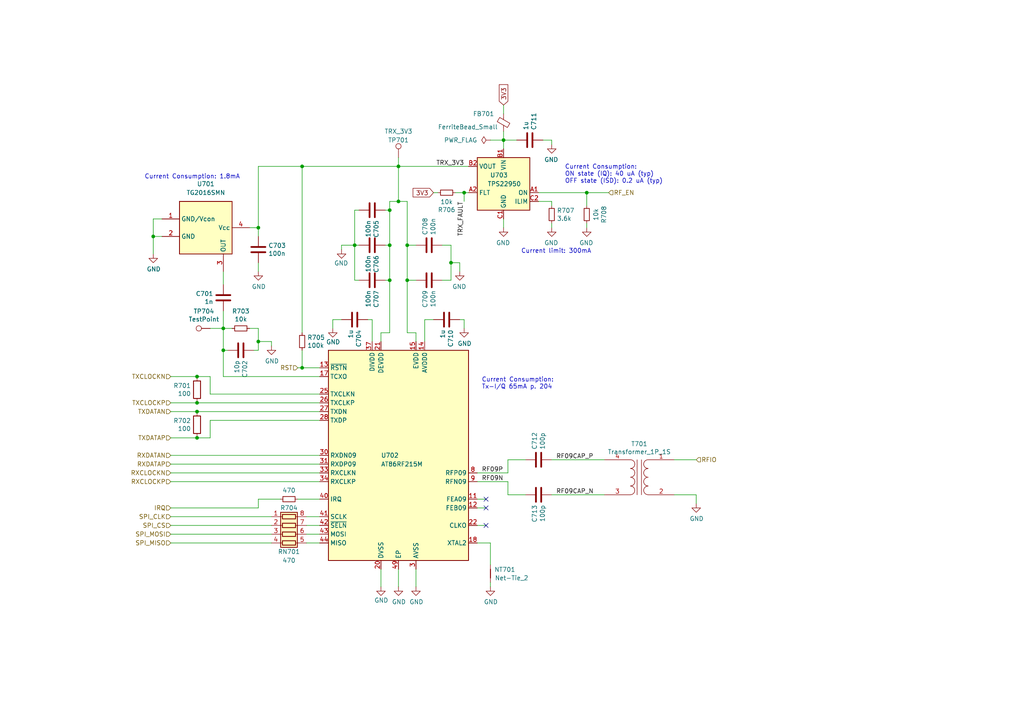
<source format=kicad_sch>
(kicad_sch (version 20211123) (generator eeschema)
  (paper "A4")
  (lib_symbols
    (symbol "Connector:TestPoint" (pin_numbers hide) (pin_names (offset 0.762) hide)
      (property "Reference" "TP" (at 0 6.858 0))
      (property "Value" "TestPoint" (at 0 5.08 0))
      (symbol "TestPoint_0_1"
        (circle (center 0 3.302) (radius 0.762))
      )
      (symbol "TestPoint_1_1"
        (pin passive line (at 0 0 90) (length 2.54) (name "1") (number "1"))
      )
    )
    (symbol "Device:C" (pin_numbers hide) (pin_names (offset 0.254))
      (property "Reference" "C" (at 0.635 2.54 0))
      (property "Value" "C" (at 0.635 -2.54 0))
      (symbol "C_0_1"
        (polyline (pts (xy -2.032 -0.762) (xy 2.032 -0.762)) (stroke (width 0.508)))
        (polyline (pts (xy -2.032 0.762) (xy 2.032 0.762)) (stroke (width 0.508)))
      )
      (symbol "C_1_1"
        (pin passive line (at 0 3.81 270) (length 2.794) (name "~") (number "1"))
        (pin passive line (at 0 -3.81 90) (length 2.794) (name "~") (number "2"))
      )
    )
    (symbol "Device:FerriteBead_Small" (pin_numbers hide) (pin_names (offset 0))
      (property "Reference" "FB" (at 1.905 1.27 0))
      (property "Value" "FerriteBead_Small" (at 1.905 -1.27 0))
      (symbol "FerriteBead_Small_0_1"
        (polyline (pts (xy 0 -1.27) (xy 0 -0.7874)))
        (polyline (pts (xy 0 0.889) (xy 0 1.2954)))
        (polyline (pts (xy -1.8288 0.2794) (xy -1.1176 1.4986) (xy 1.8288 -0.2032) (xy 1.1176 -1.4224) (xy -1.8288 0.2794)))
      )
      (symbol "FerriteBead_Small_1_1"
        (pin passive line (at 0 2.54 270) (length 1.27) (name "~") (number "1"))
        (pin passive line (at 0 -2.54 90) (length 1.27) (name "~") (number "2"))
      )
    )
    (symbol "Device:NetTie_2" (pin_numbers hide) (pin_names (offset 0) hide)
      (property "Reference" "NT" (at 0 1.27 0))
      (property "Value" "NetTie_2" (at 0 -1.27 0))
      (symbol "NetTie_2_0_1"
        (polyline (pts (xy -1.27 0) (xy 1.27 0)) (stroke (width 0.254)))
      )
      (symbol "NetTie_2_1_1"
        (pin passive line (at -2.54 0 0) (length 2.54) (name "1") (number "1"))
        (pin passive line (at 2.54 0 180) (length 2.54) (name "2") (number "2"))
      )
    )
    (symbol "Device:R" (pin_numbers hide) (pin_names (offset 0))
      (property "Reference" "R" (at 2.032 0 90))
      (property "Value" "R" (at 0 0 90))
      (symbol "R_0_1"
        (rectangle (start -1.016 -2.54) (end 1.016 2.54) (stroke (width 0.254)))
      )
      (symbol "R_1_1"
        (pin passive line (at 0 3.81 270) (length 1.27) (name "~") (number "1"))
        (pin passive line (at 0 -3.81 90) (length 1.27) (name "~") (number "2"))
      )
    )
    (symbol "Device:R_Pack04" (pin_names (offset 0) hide)
      (property "Reference" "RN" (at -7.62 0 90))
      (property "Value" "R_Pack04" (at 5.08 0 90))
      (symbol "R_Pack04_0_1"
        (rectangle (start -6.35 -2.413) (end 3.81 2.413) (stroke (width 0.254)) (fill (type background)))
        (rectangle (start -5.715 1.905) (end -4.445 -1.905) (stroke (width 0.254)))
        (rectangle (start -3.175 1.905) (end -1.905 -1.905) (stroke (width 0.254)))
        (rectangle (start -0.635 1.905) (end 0.635 -1.905) (stroke (width 0.254)))
        (polyline (pts (xy -5.08 -2.54) (xy -5.08 -1.905)))
        (polyline (pts (xy -5.08 1.905) (xy -5.08 2.54)))
        (polyline (pts (xy -2.54 -2.54) (xy -2.54 -1.905)))
        (polyline (pts (xy -2.54 1.905) (xy -2.54 2.54)))
        (polyline (pts (xy 0 -2.54) (xy 0 -1.905)))
        (polyline (pts (xy 0 1.905) (xy 0 2.54)))
        (polyline (pts (xy 2.54 -2.54) (xy 2.54 -1.905)))
        (polyline (pts (xy 2.54 1.905) (xy 2.54 2.54)))
        (rectangle (start 1.905 1.905) (end 3.175 -1.905) (stroke (width 0.254)))
      )
      (symbol "R_Pack04_1_1"
        (pin passive line (at -5.08 -5.08 90) (length 2.54) (name "R1.1") (number "1"))
        (pin passive line (at -2.54 -5.08 90) (length 2.54) (name "R2.1") (number "2"))
        (pin passive line (at 0 -5.08 90) (length 2.54) (name "R3.1") (number "3"))
        (pin passive line (at 2.54 -5.08 90) (length 2.54) (name "R4.1") (number "4"))
        (pin passive line (at 2.54 5.08 270) (length 2.54) (name "R4.2") (number "5"))
        (pin passive line (at 0 5.08 270) (length 2.54) (name "R3.2") (number "6"))
        (pin passive line (at -2.54 5.08 270) (length 2.54) (name "R2.2") (number "7"))
        (pin passive line (at -5.08 5.08 270) (length 2.54) (name "R1.2") (number "8"))
      )
    )
    (symbol "Device:R_Small" (pin_numbers hide) (pin_names (offset 0.254) hide)
      (property "Reference" "R" (at 0.762 0.508 0))
      (property "Value" "R_Small" (at 0.762 -1.016 0))
      (symbol "R_Small_0_1"
        (rectangle (start -0.762 1.778) (end 0.762 -1.778) (stroke (width 0.2032)))
      )
      (symbol "R_Small_1_1"
        (pin passive line (at 0 2.54 270) (length 0.762) (name "~") (number "1"))
        (pin passive line (at 0 -2.54 90) (length 0.762) (name "~") (number "2"))
      )
    )
    (symbol "Device:Transformer_1P_1S" (pin_names (offset 1.016) hide)
      (property "Reference" "T" (at 0 6.35 0))
      (property "Value" "Transformer_1P_1S" (at 0 -7.62 0))
      (symbol "Transformer_1P_1S_0_1"
        (arc (start -2.54 -5.0546) (mid -1.6561 -4.6863) (end -1.27 -3.81))
        (arc (start -2.54 -2.5146) (mid -1.6561 -2.1463) (end -1.27 -1.27))
        (arc (start -2.54 0.0254) (mid -1.6561 0.3937) (end -1.27 1.27))
        (arc (start -2.54 2.5654) (mid -1.6561 2.9337) (end -1.27 3.81))
        (arc (start -1.27 -3.81) (mid -1.642 -2.912) (end -2.54 -2.54))
        (arc (start -1.27 -1.27) (mid -1.642 -0.372) (end -2.54 0))
        (arc (start -1.27 1.27) (mid -1.642 2.168) (end -2.54 2.54))
        (arc (start -1.27 3.81) (mid -1.642 4.708) (end -2.54 5.08))
        (polyline (pts (xy -0.635 5.08) (xy -0.635 -5.08)))
        (polyline (pts (xy 0.635 -5.08) (xy 0.635 5.08)))
        (arc (start 1.2954 -1.27) (mid 1.6599 -2.1501) (end 2.54 -2.5146))
        (arc (start 1.2954 1.27) (mid 1.6599 0.3899) (end 2.54 0.0254))
        (arc (start 1.2954 3.81) (mid 1.6599 2.9299) (end 2.54 2.5654))
        (arc (start 1.3208 -3.81) (mid 1.6853 -4.6901) (end 2.5654 -5.0546))
        (arc (start 2.54 0) (mid 1.6456 -0.3683) (end 1.2954 -1.27))
        (arc (start 2.54 2.54) (mid 1.6456 2.1717) (end 1.2954 1.27))
        (arc (start 2.54 5.08) (mid 1.6456 4.7117) (end 1.2954 3.81))
        (arc (start 2.5654 -2.54) (mid 1.671 -2.9083) (end 1.3208 -3.81))
      )
      (symbol "Transformer_1P_1S_1_1"
        (pin passive line (at -10.16 5.08 0) (length 7.62) (name "AA") (number "1"))
        (pin passive line (at -10.16 -5.08 0) (length 7.62) (name "AB") (number "2"))
        (pin passive line (at 10.16 -5.08 180) (length 7.62) (name "SA") (number "3"))
        (pin passive line (at 10.16 5.08 180) (length 7.62) (name "SB") (number "4"))
      )
    )
    (symbol "lsf-kicad:AT86RF215M"
      (property "Reference" "U" (at -19.05 33.02 0))
      (property "Value" "AT86RF215M" (at 0 0 0))
      (symbol "AT86RF215M_0_1"
        (rectangle (start -20.32 30.48) (end 20.32 -30.48) (stroke (width 0.254)) (fill (type background)))
      )
      (symbol "AT86RF215M_1_1"
        (pin no_connect line (at 22.86 20.32 180) (length 2.54) hide (name "FEA24") (number "1"))
        (pin passive line (at 5.08 -33.02 90) (length 2.54) hide (name "AVSS") (number "10"))
        (pin output line (at 22.86 -12.7 180) (length 2.54) (name "FEA09") (number "11"))
        (pin output line (at 22.86 -15.24 180) (length 2.54) (name "FEB09") (number "12"))
        (pin input line (at -22.86 25.4 0) (length 2.54) (name "~{RSTN}") (number "13"))
        (pin power_out line (at 7.62 33.02 270) (length 2.54) (name "AVDD0") (number "14"))
        (pin power_in line (at 5.08 33.02 270) (length 2.54) (name "EVDD") (number "15"))
        (pin passive line (at 5.08 -33.02 90) (length 2.54) hide (name "AVSS") (number "16"))
        (pin input line (at -22.86 22.86 0) (length 2.54) (name "TCXO") (number "17"))
        (pin bidirectional line (at 22.86 -25.4 180) (length 2.54) (name "XTAL2") (number "18"))
        (pin passive line (at 5.08 -33.02 90) (length 2.54) hide (name "AVSS") (number "19"))
        (pin no_connect line (at 22.86 17.78 180) (length 2.54) hide (name "FEB24") (number "2"))
        (pin power_in line (at -5.08 -33.02 90) (length 2.54) (name "DVSS") (number "20"))
        (pin power_in line (at -5.08 33.02 270) (length 2.54) (name "DEVDD") (number "21"))
        (pin output line (at 22.86 -20.32 180) (length 2.54) (name "CLKO") (number "22"))
        (pin passive line (at -5.08 -33.02 90) (length 2.54) hide (name "DVSS") (number "23"))
        (pin passive line (at -5.08 -33.02 90) (length 2.54) hide (name "DVSS") (number "24"))
        (pin input line (at -22.86 17.78 0) (length 2.54) (name "TXCLKN") (number "25"))
        (pin input line (at -22.86 15.24 0) (length 2.54) (name "TXCLKP") (number "26"))
        (pin input line (at -22.86 12.7 0) (length 2.54) (name "TXDN") (number "27"))
        (pin input line (at -22.86 10.16 0) (length 2.54) (name "TXDP") (number "28"))
        (pin passive line (at -5.08 33.02 270) (length 2.54) hide (name "DEVDD") (number "29"))
        (pin power_in line (at 5.08 -33.02 90) (length 2.54) (name "AVSS") (number "3"))
        (pin output line (at -22.86 0 0) (length 2.54) (name "RXDN09") (number "30"))
        (pin output line (at -22.86 -2.54 0) (length 2.54) (name "RXDP09") (number "31"))
        (pin passive line (at -5.08 -33.02 90) (length 2.54) hide (name "DVSS") (number "32"))
        (pin output line (at -22.86 -5.08 0) (length 2.54) (name "RXCLKN") (number "33"))
        (pin output line (at -22.86 -7.62 0) (length 2.54) (name "RXCLKP") (number "34"))
        (pin no_connect line (at -22.86 5.08 0) (length 2.54) hide (name "RXDN24") (number "35"))
        (pin no_connect line (at -22.86 2.54 0) (length 2.54) hide (name "RXDP24") (number "36"))
        (pin power_out line (at -7.62 33.02 270) (length 2.54) (name "DΙVDD") (number "37"))
        (pin passive line (at -5.08 -33.02 90) (length 2.54) hide (name "DVSS") (number "38"))
        (pin passive line (at -5.08 33.02 270) (length 2.54) hide (name "DEVDD") (number "39"))
        (pin no_connect line (at 22.86 12.7 180) (length 2.54) hide (name "RFP24") (number "4"))
        (pin output line (at -22.86 -12.7 0) (length 2.54) (name "IRQ") (number "40"))
        (pin input line (at -22.86 -17.78 0) (length 2.54) (name "SCLK") (number "41"))
        (pin input line (at -22.86 -20.32 0) (length 2.54) (name "~{SELN}") (number "42"))
        (pin input line (at -22.86 -22.86 0) (length 2.54) (name "MOSI") (number "43"))
        (pin output line (at -22.86 -25.4 0) (length 2.54) (name "MISO") (number "44"))
        (pin passive line (at 5.08 -33.02 90) (length 2.54) hide (name "AVSS") (number "45"))
        (pin passive line (at 5.08 33.02 270) (length 2.54) hide (name "EVDD") (number "46"))
        (pin no_connect line (at 10.16 33.02 270) (length 2.54) hide (name "AVDD1") (number "47"))
        (pin passive line (at 5.08 -33.02 90) (length 2.54) hide (name "AVSS") (number "48"))
        (pin power_in line (at 0 -33.02 90) (length 2.54) (name "EP") (number "49"))
        (pin no_connect line (at 22.86 10.16 180) (length 2.54) hide (name "RFN24") (number "5"))
        (pin passive line (at 5.08 -33.02 90) (length 2.54) hide (name "AVSS") (number "6"))
        (pin passive line (at 5.08 -33.02 90) (length 2.54) hide (name "AVSS") (number "7"))
        (pin bidirectional line (at 22.86 -5.08 180) (length 2.54) (name "RFP09") (number "8"))
        (pin bidirectional line (at 22.86 -7.62 180) (length 2.54) (name "RFN09") (number "9"))
      )
    )
    (symbol "lsf-kicad:TG2016SMN"
      (property "Reference" "U" (at 6.35 8.89 0))
      (property "Value" "TG2016SMN" (at -7.62 8.89 0))
      (symbol "TG2016SMN_0_1"
        (rectangle (start -7.62 7.62) (end 7.62 -7.62) (stroke (width 0.254)) (fill (type background)))
      )
      (symbol "TG2016SMN_1_1"
        (pin power_in line (at -2.54 -12.7 90) (length 5.08) (name "GND/Vcon") (number "1"))
        (pin power_in line (at 2.54 -12.7 90) (length 5.08) (name "GND") (number "2"))
        (pin output line (at 12.7 5.08 180) (length 5.08) (name "OUT") (number "3"))
        (pin power_in line (at 0 12.7 270) (length 5.08) (name "Vcc") (number "4"))
      )
    )
    (symbol "lsf-kicad:TPS22950"
      (property "Reference" "U" (at 5.08 8.89 0))
      (property "Value" "TPS22950" (at 5.08 -8.89 0))
      (symbol "TPS22950_0_1"
        (rectangle (start -7.62 7.62) (end 7.62 -7.62) (stroke (width 0.254)) (fill (type background)))
      )
      (symbol "TPS22950_1_1"
        (pin input line (at -10.16 -2.54 0) (length 2.54) (name "ON") (number "A1"))
        (pin open_collector line (at 10.16 -2.54 180) (length 2.54) (name "FLT") (number "A2"))
        (pin power_in line (at 0 10.16 270) (length 2.54) (name "VIN") (number "B1"))
        (pin power_out line (at 10.16 5.08 180) (length 2.54) (name "VOUT") (number "B2"))
        (pin power_in line (at 0 -10.16 90) (length 2.54) (name "GND") (number "C1"))
        (pin output line (at -10.16 -5.08 0) (length 2.54) (name "ILIM") (number "C2"))
      )
    )
    (symbol "power:GND" (power) (pin_names (offset 0))
      (property "Value" "GND" (at 0 -3.81 0))
      (symbol "GND_0_1"
        (polyline (pts (xy 0 0) (xy 0 -1.27) (xy 1.27 -1.27) (xy 0 -2.54) (xy -1.27 -1.27) (xy 0 -1.27)))
      )
      (symbol "GND_1_1"
        (pin power_in line (at 0 0 270) (length 0) hide (name "GND") (number "1"))
      )
    )
    (symbol "power:PWR_FLAG" (power) (pin_numbers hide) (pin_names (offset 0) hide)
      (property "Value" "PWR_FLAG" (at 0 3.81 0))
      (symbol "PWR_FLAG_0_0"
        (pin power_out line (at 0 0 90) (length 0) (name "pwr") (number "1"))
      )
      (symbol "PWR_FLAG_0_1"
        (polyline (pts (xy 0 0) (xy 0 1.27) (xy -1.016 1.905) (xy 0 2.54) (xy 1.016 1.905) (xy 0 1.27)))
      )
    )
  )
  (junction (at 130.81 76.2))
  (junction (at 64.77 101.6))
  (junction (at 74.93 99.06))
  (junction (at 115.57 48.26))
  (junction (at 57.15 116.84))
  (junction (at 57.15 109.22))
  (junction (at 118.11 71.12))
  (junction (at 57.15 119.38))
  (junction (at 87.63 106.68))
  (junction (at 113.03 60.96))
  (junction (at 44.45 68.58))
  (junction (at 113.03 81.28))
  (junction (at 87.63 48.26))
  (junction (at 118.11 81.28))
  (junction (at 115.57 58.42))
  (junction (at 170.18 55.88))
  (junction (at 113.03 71.12))
  (junction (at 57.15 127))
  (junction (at 134.62 55.88))
  (junction (at 64.77 95.25))
  (junction (at 74.93 66.04))
  (junction (at 146.05 40.64))
  (junction (at 102.87 71.12))
  (no_connect (at 140.97 147.32))
  (no_connect (at 140.97 144.78))
  (no_connect (at 140.97 152.4))
  (wire (pts (xy 128.27 71.12) (xy 130.81 71.12)))
  (wire (pts (xy 57.15 119.38) (xy 49.53 119.38)))
  (wire (pts (xy 146.05 63.5) (xy 146.05 66.04)))
  (wire (pts (xy 134.62 92.71) (xy 133.35 92.71)))
  (wire (pts (xy 111.76 71.12) (xy 113.03 71.12)))
  (wire (pts (xy 49.53 139.7) (xy 92.71 139.7)))
  (wire (pts (xy 74.93 76.2) (xy 74.93 78.74)))
  (wire (pts (xy 138.43 137.16) (xy 147.32 137.16)))
  (wire (pts (xy 102.87 60.96) (xy 104.14 60.96)))
  (wire (pts (xy 87.63 101.6) (xy 87.63 106.68)))
  (wire (pts (xy 115.57 48.26) (xy 135.89 48.26)))
  (wire (pts (xy 74.93 48.26) (xy 74.93 66.04)))
  (wire (pts (xy 49.53 157.48) (xy 78.74 157.48)))
  (wire (pts (xy 118.11 81.28) (xy 118.11 96.52)))
  (wire (pts (xy 44.45 68.58) (xy 44.45 73.66)))
  (wire (pts (xy 138.43 152.4) (xy 140.97 152.4)))
  (wire (pts (xy 57.15 127) (xy 49.53 127)))
  (wire (pts (xy 87.63 106.68) (xy 92.71 106.68)))
  (wire (pts (xy 64.77 78.74) (xy 64.77 82.55)))
  (wire (pts (xy 160.02 133.35) (xy 175.26 133.35)))
  (wire (pts (xy 110.49 99.06) (xy 110.49 96.52)))
  (wire (pts (xy 74.93 101.6) (xy 73.66 101.6)))
  (wire (pts (xy 115.57 45.72) (xy 115.57 48.26)))
  (wire (pts (xy 142.24 163.83) (xy 142.24 157.48)))
  (wire (pts (xy 133.35 76.2) (xy 130.81 76.2)))
  (wire (pts (xy 170.18 55.88) (xy 170.18 59.69)))
  (wire (pts (xy 64.77 109.22) (xy 92.71 109.22)))
  (wire (pts (xy 78.74 99.06) (xy 74.93 99.06)))
  (wire (pts (xy 130.81 81.28) (xy 128.27 81.28)))
  (wire (pts (xy 111.76 81.28) (xy 113.03 81.28)))
  (wire (pts (xy 195.58 143.51) (xy 201.93 143.51)))
  (wire (pts (xy 142.24 40.64) (xy 146.05 40.64)))
  (wire (pts (xy 49.53 149.86) (xy 78.74 149.86)))
  (wire (pts (xy 57.15 109.22) (xy 49.53 109.22)))
  (wire (pts (xy 74.93 99.06) (xy 74.93 101.6)))
  (wire (pts (xy 138.43 157.48) (xy 142.24 157.48)))
  (wire (pts (xy 146.05 38.1) (xy 146.05 40.64)))
  (wire (pts (xy 134.62 55.88) (xy 134.62 58.42)))
  (wire (pts (xy 156.21 58.42) (xy 160.02 58.42)))
  (wire (pts (xy 160.02 40.64) (xy 160.02 41.91)))
  (wire (pts (xy 74.93 66.04) (xy 74.93 68.58)))
  (wire (pts (xy 102.87 71.12) (xy 99.06 71.12)))
  (wire (pts (xy 113.03 58.42) (xy 113.03 60.96)))
  (wire (pts (xy 88.9 154.94) (xy 92.71 154.94)))
  (wire (pts (xy 44.45 63.5) (xy 44.45 68.58)))
  (wire (pts (xy 88.9 157.48) (xy 92.71 157.48)))
  (wire (pts (xy 138.43 144.78) (xy 140.97 144.78)))
  (wire (pts (xy 60.96 114.3) (xy 92.71 114.3)))
  (wire (pts (xy 49.53 154.94) (xy 78.74 154.94)))
  (wire (pts (xy 170.18 55.88) (xy 156.21 55.88)))
  (wire (pts (xy 60.96 114.3) (xy 60.96 109.22)))
  (wire (pts (xy 87.63 48.26) (xy 115.57 48.26)))
  (wire (pts (xy 64.77 109.22) (xy 64.77 101.6)))
  (wire (pts (xy 49.53 152.4) (xy 78.74 152.4)))
  (wire (pts (xy 118.11 58.42) (xy 118.11 71.12)))
  (wire (pts (xy 133.35 76.2) (xy 133.35 78.74)))
  (wire (pts (xy 104.14 81.28) (xy 102.87 81.28)))
  (wire (pts (xy 115.57 48.26) (xy 115.57 58.42)))
  (wire (pts (xy 60.96 109.22) (xy 57.15 109.22)))
  (wire (pts (xy 118.11 96.52) (xy 120.65 96.52)))
  (wire (pts (xy 123.19 92.71) (xy 123.19 99.06)))
  (wire (pts (xy 113.03 60.96) (xy 111.76 60.96)))
  (wire (pts (xy 113.03 58.42) (xy 115.57 58.42)))
  (wire (pts (xy 120.65 81.28) (xy 118.11 81.28)))
  (wire (pts (xy 88.9 152.4) (xy 92.71 152.4)))
  (wire (pts (xy 92.71 149.86) (xy 88.9 149.86)))
  (wire (pts (xy 115.57 58.42) (xy 118.11 58.42)))
  (wire (pts (xy 160.02 64.77) (xy 160.02 66.04)))
  (wire (pts (xy 64.77 95.25) (xy 64.77 101.6)))
  (wire (pts (xy 113.03 71.12) (xy 113.03 60.96)))
  (wire (pts (xy 67.31 95.25) (xy 64.77 95.25)))
  (wire (pts (xy 74.93 48.26) (xy 87.63 48.26)))
  (wire (pts (xy 147.32 143.51) (xy 152.4 143.51)))
  (wire (pts (xy 115.57 165.1) (xy 115.57 170.18)))
  (wire (pts (xy 64.77 90.17) (xy 64.77 95.25)))
  (wire (pts (xy 134.62 95.25) (xy 134.62 92.71)))
  (wire (pts (xy 92.71 132.08) (xy 49.53 132.08)))
  (wire (pts (xy 64.77 95.25) (xy 60.96 95.25)))
  (wire (pts (xy 110.49 96.52) (xy 113.03 96.52)))
  (wire (pts (xy 60.96 121.92) (xy 92.71 121.92)))
  (wire (pts (xy 160.02 58.42) (xy 160.02 59.69)))
  (wire (pts (xy 64.77 101.6) (xy 66.04 101.6)))
  (wire (pts (xy 130.81 76.2) (xy 130.81 81.28)))
  (wire (pts (xy 74.93 95.25) (xy 74.93 99.06)))
  (wire (pts (xy 170.18 64.77) (xy 170.18 66.04)))
  (wire (pts (xy 146.05 30.48) (xy 146.05 33.02)))
  (wire (pts (xy 132.08 55.88) (xy 134.62 55.88)))
  (wire (pts (xy 138.43 147.32) (xy 140.97 147.32)))
  (wire (pts (xy 138.43 139.7) (xy 147.32 139.7)))
  (wire (pts (xy 78.74 100.33) (xy 78.74 99.06)))
  (wire (pts (xy 146.05 40.64) (xy 149.86 40.64)))
  (wire (pts (xy 110.49 165.1) (xy 110.49 170.18)))
  (wire (pts (xy 72.39 66.04) (xy 74.93 66.04)))
  (wire (pts (xy 49.53 134.62) (xy 92.71 134.62)))
  (wire (pts (xy 130.81 71.12) (xy 130.81 76.2)))
  (wire (pts (xy 99.06 71.12) (xy 99.06 72.39)))
  (wire (pts (xy 113.03 81.28) (xy 113.03 71.12)))
  (wire (pts (xy 49.53 137.16) (xy 92.71 137.16)))
  (wire (pts (xy 125.73 92.71) (xy 123.19 92.71)))
  (wire (pts (xy 87.63 106.68) (xy 86.36 106.68)))
  (wire (pts (xy 160.02 143.51) (xy 175.26 143.51)))
  (wire (pts (xy 113.03 81.28) (xy 113.03 96.52)))
  (wire (pts (xy 60.96 127) (xy 57.15 127)))
  (wire (pts (xy 195.58 133.35) (xy 201.93 133.35)))
  (wire (pts (xy 176.53 55.88) (xy 170.18 55.88)))
  (wire (pts (xy 147.32 139.7) (xy 147.32 143.51)))
  (wire (pts (xy 102.87 71.12) (xy 102.87 60.96)))
  (wire (pts (xy 60.96 121.92) (xy 60.96 127)))
  (wire (pts (xy 99.06 92.71) (xy 96.52 92.71)))
  (wire (pts (xy 118.11 81.28) (xy 118.11 71.12)))
  (wire (pts (xy 157.48 40.64) (xy 160.02 40.64)))
  (wire (pts (xy 102.87 81.28) (xy 102.87 71.12)))
  (wire (pts (xy 49.53 116.84) (xy 57.15 116.84)))
  (wire (pts (xy 120.65 165.1) (xy 120.65 170.18)))
  (wire (pts (xy 86.36 144.78) (xy 92.71 144.78)))
  (wire (pts (xy 142.24 168.91) (xy 142.24 170.18)))
  (wire (pts (xy 147.32 137.16) (xy 147.32 133.35)))
  (wire (pts (xy 107.95 92.71) (xy 106.68 92.71)))
  (wire (pts (xy 72.39 95.25) (xy 74.93 95.25)))
  (wire (pts (xy 74.93 147.32) (xy 74.93 144.78)))
  (wire (pts (xy 46.99 68.58) (xy 44.45 68.58)))
  (wire (pts (xy 57.15 116.84) (xy 92.71 116.84)))
  (wire (pts (xy 134.62 55.88) (xy 135.89 55.88)))
  (wire (pts (xy 146.05 40.64) (xy 146.05 43.18)))
  (wire (pts (xy 120.65 96.52) (xy 120.65 99.06)))
  (wire (pts (xy 118.11 71.12) (xy 120.65 71.12)))
  (wire (pts (xy 96.52 92.71) (xy 96.52 95.25)))
  (wire (pts (xy 104.14 71.12) (xy 102.87 71.12)))
  (wire (pts (xy 74.93 144.78) (xy 81.28 144.78)))
  (wire (pts (xy 147.32 133.35) (xy 152.4 133.35)))
  (wire (pts (xy 201.93 143.51) (xy 201.93 146.05)))
  (wire (pts (xy 87.63 48.26) (xy 87.63 96.52)))
  (wire (pts (xy 46.99 63.5) (xy 44.45 63.5)))
  (wire (pts (xy 49.53 147.32) (xy 74.93 147.32)))
  (wire (pts (xy 92.71 119.38) (xy 57.15 119.38)))
  (wire (pts (xy 107.95 92.71) (xy 107.95 99.06)))
  (wire (pts (xy 125.73 55.88) (xy 127 55.88)))
  (text "Current Consumption:\nTx-I/Q 65mA p. 204" (at 139.7 113.03 0) (effects (font (size 1.27 1.27)) (justify left bottom)))
  (text "Current Consumption: 1.8mA" (at 41.91 52.07 0) (effects (font (size 1.27 1.27)) (justify left bottom)))
  (text "Current Consumption:\nON state (IQ): 40 uA (typ)\nOFF state (ISD): 0.2 uA (typ)" (at 163.83 53.34 0) (effects (font (size 1.27 1.27)) (justify left bottom)))
  (text "Current limit: 300mA" (at 151.13 73.66 0) (effects (font (size 1.27 1.27)) (justify left bottom)))
  (label "TRX_3V3" (at 134.62 48.26 180))
  (label "RF09N" (at 139.7 139.7 0))
  (label "RF09CAP_N" (at 161.29 143.51 0))
  (label "RF09CAP_P" (at 161.29 133.35 0))
  (label "RF09P" (at 139.7 137.16 0))
  (label "TRX_FAULT" (at 134.62 58.42 270))
  (global_label "3V3" (shape input) (at 125.73 55.88 180) (property "Intersheet References" "${INTERSHEET_REFS}" (effects hide)))
  (global_label "3V3" (shape input) (at 146.05 30.48 90) (property "Intersheet References" "${INTERSHEET_REFS}" (effects hide)))
  (hierarchical_label "RF_EN" (shape input) (at 176.53 55.88 0))
  (hierarchical_label "TXDATAP" (shape input) (at 49.53 127 180))
  (hierarchical_label "SPI_CS" (shape input) (at 49.53 152.4 180))
  (hierarchical_label "RXDATAP" (shape input) (at 49.53 134.62 180))
  (hierarchical_label "RXCLOCKP" (shape input) (at 49.53 139.7 180))
  (hierarchical_label "RXDATAN" (shape input) (at 49.53 132.08 180))
  (hierarchical_label "SPI_MISO" (shape input) (at 49.53 157.48 180))
  (hierarchical_label "SPI_CLK" (shape input) (at 49.53 149.86 180))
  (hierarchical_label "RST" (shape input) (at 86.36 106.68 180))
  (hierarchical_label "TXDATAN" (shape input) (at 49.53 119.38 180))
  (hierarchical_label "TXCLOCKN" (shape input) (at 49.53 109.22 180))
  (hierarchical_label "IRQ" (shape input) (at 49.53 147.32 180))
  (hierarchical_label "TXCLOCKP" (shape input) (at 49.53 116.84 180))
  (hierarchical_label "RFIO" (shape input) (at 201.93 133.35 0))
  (hierarchical_label "SPI_MOSI" (shape input) (at 49.53 154.94 180))
  (hierarchical_label "RXCLOCKN" (shape input) (at 49.53 137.16 180))
  (symbol (lib_id "lsf-kicad:TPS22950") (at 146.05 53.34 0) (mirror y) (unit 1)
    (property "Reference" "U703" (at 147.32 50.8 0) (effects (justify left)))
    (property "Value" "TPS22950" (at 151.13 53.34 0) (effects (justify left)))
    (property "Footprint" "Package_BGA:Texas_DSBGA-6_0.9x1.4mm_Layout2x3_P0.5mm" (effects hide))
    (property "Datasheet" "https://www.ti.com/lit/ds/symlink/tps22950.pdf" (effects hide))
  )
  (symbol (lib_id "Device:C") (at 107.95 71.12 90) (unit 1)
    (property "Reference" "C706" (at 109.1184 74.0156 0) (effects (justify right)))
    (property "Value" "100n" (at 106.807 74.0156 0) (effects (justify right)))
    (property "Footprint" "Capacitor_SMD:C_0402_1005Metric" (effects hide))
    (property "Mnf." "KEMET" (effects hide))
    (property "Description" "Capacitor, 0402, 10%, 16V, X7R" (effects hide))
    (property "PartNumber" "C0402C104K4RACTU" (effects hide))
  )
  (symbol (lib_id "power:GND") (at 146.05 66.04 0) (mirror y) (unit 1)
    (property "Reference" "#PWR0712" (effects hide))
    (property "Value" "GND" (at 145.923 70.4342 0))
  )
  (symbol (lib_id "Device:Transformer_1P_1S") (at 185.42 138.43 0) (mirror y) (unit 1)
    (property "Reference" "T701" (at 185.42 128.7526 0))
    (property "Value" "Transformer_1P_1S" (at 185.42 131.064 0))
    (property "Footprint" "lsf-kicad-lib:ATB2012" (effects hide))
    (property "PartNumber" "ATB2012-50011-T000" (effects hide))
    (property "Mnf." "TDK" (effects hide))
  )
  (symbol (lib_id "power:GND") (at 120.65 170.18 0) (unit 1)
    (property "Reference" "#PWR0708" (effects hide))
    (property "Value" "GND" (at 120.777 174.5742 0))
  )
  (symbol (lib_id "lsf-kicad:TG2016SMN") (at 59.69 66.04 270) (unit 1)
    (property "Reference" "U701" (at 59.69 53.34 90))
    (property "Value" "TG2016SMN" (at 59.69 55.88 90))
    (property "Footprint" "lsf-kicad-lib:TG2016SMN" (effects hide))
    (property "Datasheet" "https://www5.epsondevice.com/en/products/tcxo/tg2016smn.html" (effects hide))
    (property "PartNumber" " TG2016SMN 26.0000M-MCGNNM0" (effects hide))
    (property "Mnf." "Epson Timing" (effects hide))
  )
  (symbol (lib_id "power:GND") (at 142.24 170.18 0) (unit 1)
    (property "Reference" "#PWR0711" (effects hide))
    (property "Value" "GND" (at 142.367 174.5742 0))
  )
  (symbol (lib_id "Device:R_Small") (at 129.54 55.88 270) (unit 1)
    (property "Reference" "R706" (at 129.54 60.8584 90))
    (property "Value" "10k" (at 129.54 58.547 90))
    (property "Footprint" "Resistor_SMD:R_0402_1005Metric" (effects hide))
    (property "Description" "Resistor, 0402, 1%, 1/16W" (effects hide))
    (property "Mnf." "Vishay" (effects hide))
    (property "PartNumber" "CRCW040210K0FKEDC " (effects hide))
  )
  (symbol (lib_id "Device:C") (at 69.85 101.6 90) (unit 1)
    (property "Reference" "C702" (at 71.0184 104.4956 0) (effects (justify right)))
    (property "Value" "10p" (at 68.707 104.4956 0) (effects (justify right)))
    (property "Footprint" "Capacitor_SMD:C_0402_1005Metric" (effects hide))
    (property "Mnf." "KEMET" (effects hide))
    (property "Description" "Capacitor, 0402, 0.25pF, 10V, NPO/COG" (effects hide))
    (property "PartNumber" "C0402C100C8GACTU" (effects hide))
  )
  (symbol (lib_id "Device:C") (at 153.67 40.64 90) (mirror x) (unit 1)
    (property "Reference" "C711" (at 154.8384 37.7444 0) (effects (justify right)))
    (property "Value" "1u" (at 152.527 37.7444 0) (effects (justify right)))
    (property "Footprint" "Capacitor_SMD:C_0402_1005Metric" (effects hide))
    (property "Mnf." "KEMET " (effects hide))
    (property "Description" "Capacitor, 0402, 10%, 10V, X5R" (effects hide))
    (property "PartNumber" "C0402C105K8PAC7411" (effects hide))
  )
  (symbol (lib_id "power:GND") (at 134.62 95.25 0) (unit 1)
    (property "Reference" "#PWR0710" (effects hide))
    (property "Value" "GND" (at 134.747 99.6442 0))
  )
  (symbol (lib_id "power:GND") (at 160.02 41.91 0) (mirror y) (unit 1)
    (property "Reference" "#PWR0713" (effects hide))
    (property "Value" "GND" (at 159.893 46.3042 0))
  )
  (symbol (lib_id "power:GND") (at 170.18 66.04 0) (mirror y) (unit 1)
    (property "Reference" "#PWR0716" (effects hide))
    (property "Value" "GND" (at 170.053 70.4342 0))
  )
  (symbol (lib_id "power:GND") (at 133.35 78.74 0) (mirror y) (unit 1)
    (property "Reference" "#PWR0709" (effects hide))
    (property "Value" "GND" (at 133.223 83.1342 0))
  )
  (symbol (lib_id "power:GND") (at 78.74 100.33 0) (unit 1)
    (property "Reference" "#PWR0703" (effects hide))
    (property "Value" "GND" (at 78.867 104.7242 0))
  )
  (symbol (lib_id "power:GND") (at 96.52 95.25 0) (unit 1)
    (property "Reference" "#PWR0704" (effects hide))
    (property "Value" "GND" (at 96.6216 99.187 0))
  )
  (symbol (lib_id "power:GND") (at 110.49 170.18 0) (unit 1)
    (property "Reference" "#PWR0706" (effects hide))
    (property "Value" "GND" (at 110.5916 174.117 0))
  )
  (symbol (lib_id "power:GND") (at 74.93 78.74 0) (unit 1)
    (property "Reference" "#PWR0702" (effects hide))
    (property "Value" "GND" (at 75.057 83.1342 0))
  )
  (symbol (lib_id "Connector:TestPoint") (at 60.96 95.25 90) (unit 1)
    (property "Reference" "TP704" (at 59.1312 90.297 90))
    (property "Value" "TestPoint" (at 59.1312 92.6084 90))
    (property "Footprint" "lsf-kicad-lib:TestPoint_D0.8mm_Mask-Only" (effects hide))
  )
  (symbol (lib_id "Device:R_Small") (at 87.63 99.06 180) (unit 1)
    (property "Reference" "R705" (at 89.1286 97.8916 0) (effects (justify right)))
    (property "Value" "100k" (at 89.1286 100.203 0) (effects (justify right)))
    (property "Footprint" "Resistor_SMD:R_0402_1005Metric" (effects hide))
    (property "Description" "Resistor, 0402, 1%, 1/16W" (effects hide))
    (property "Mnf." "Vishay" (effects hide))
    (property "PartNumber" "CRCW0402100KFKED" (effects hide))
  )
  (symbol (lib_id "Device:FerriteBead_Small") (at 146.05 35.56 0) (unit 1)
    (property "Reference" "FB701" (at 137.16 33.02 0) (effects (justify left)))
    (property "Value" "FerriteBead_Small" (at 127 36.83 0) (effects (justify left)))
    (property "Footprint" "Inductor_SMD:L_0603_1608Metric" (effects hide))
    (property "PartNumber" "74279263" (effects hide))
    (property "Mnf." "Wurth Elektronik" (effects hide))
  )
  (symbol (lib_id "Device:R_Small") (at 69.85 95.25 90) (unit 1)
    (property "Reference" "R703" (at 69.85 90.2716 90))
    (property "Value" "10k" (at 69.85 92.583 90))
    (property "Footprint" "Resistor_SMD:R_0402_1005Metric" (effects hide))
    (property "Description" "Resistor, 0402, 1%, 1/16W" (effects hide))
    (property "Mnf." "Vishay" (effects hide))
    (property "PartNumber" "CRCW040210K0FKEDC " (effects hide))
  )
  (symbol (lib_id "Device:C") (at 156.21 143.51 90) (mirror x) (unit 1)
    (property "Reference" "C713" (at 155.0416 146.431 0) (effects (justify left)))
    (property "Value" "100p" (at 157.353 146.431 0) (effects (justify left)))
    (property "Footprint" "Capacitor_SMD:C_0402_1005Metric" (effects hide))
    (property "Mnf." "KEMET" (effects hide))
    (property "Description" "Capacitor, 0402, 5%, 50V, NPO/COG" (effects hide))
    (property "PartNumber" "CBR04C101J3GAC" (effects hide))
  )
  (symbol (lib_id "Device:C") (at 74.93 72.39 180) (unit 1)
    (property "Reference" "C703" (at 77.8256 71.2216 0) (effects (justify right)))
    (property "Value" "100n" (at 77.8256 73.533 0) (effects (justify right)))
    (property "Footprint" "Capacitor_SMD:C_0402_1005Metric" (effects hide))
    (property "Mnf." "KEMET" (effects hide))
    (property "Description" "Capacitor, 0402, 10%, 16V, X7R" (effects hide))
    (property "PartNumber" "C0402C104K4RACTU" (effects hide))
  )
  (symbol (lib_id "Device:R") (at 57.15 123.19 0) (unit 1)
    (property "Reference" "R702" (at 55.3974 122.0216 0) (effects (justify right)))
    (property "Value" "100" (at 55.3974 124.333 0) (effects (justify right)))
    (property "Footprint" "Resistor_SMD:R_0402_1005Metric" (effects hide))
    (property "PartNumber" "RT0402FRE07100RL" (effects hide))
  )
  (symbol (lib_id "Device:C") (at 129.54 92.71 90) (unit 1)
    (property "Reference" "C710" (at 130.7084 95.6056 0) (effects (justify right)))
    (property "Value" "1u" (at 128.397 95.6056 0) (effects (justify right)))
    (property "Footprint" "Capacitor_SMD:C_0402_1005Metric" (effects hide))
    (property "Mnf." "KEMET " (effects hide))
    (property "Description" "Capacitor, 0402, 10%, 10V, X5R" (effects hide))
    (property "PartNumber" "C0402C105K8PAC7411" (effects hide))
  )
  (symbol (lib_id "Device:R") (at 57.15 113.03 0) (unit 1)
    (property "Reference" "R701" (at 55.3974 111.8616 0) (effects (justify right)))
    (property "Value" "100" (at 55.3974 114.173 0) (effects (justify right)))
    (property "Footprint" "Resistor_SMD:R_0402_1005Metric" (effects hide))
    (property "PartNumber" "RT0402FRE07100RL" (effects hide))
  )
  (symbol (lib_id "power:PWR_FLAG") (at 142.24 40.64 90) (unit 1)
    (property "Reference" "#FLG0701" (effects hide))
    (property "Value" "PWR_FLAG" (at 138.43 40.6399 90) (effects (justify left)))
  )
  (symbol (lib_id "power:GND") (at 160.02 66.04 0) (mirror y) (unit 1)
    (property "Reference" "#PWR0714" (effects hide))
    (property "Value" "GND" (at 159.893 70.4342 0))
  )
  (symbol (lib_id "Device:R_Small") (at 160.02 62.23 180) (unit 1)
    (property "Reference" "R707" (at 161.5186 61.0616 0) (effects (justify right)))
    (property "Value" "3.6k" (at 161.5186 63.373 0) (effects (justify right)))
    (property "Footprint" "Resistor_SMD:R_0402_1005Metric" (effects hide))
    (property "Description" "Resistor, 0402, 1%, 1/16W" (effects hide))
  )
  (symbol (lib_id "Device:NetTie_2") (at 142.24 166.37 270) (unit 1)
    (property "Reference" "NT701" (at 143.3576 165.2016 90) (effects (justify left)))
    (property "Value" "Net-Tie_2" (at 143.51 167.64 90) (effects (justify left)))
    (property "Footprint" "NetTie:NetTie-2_SMD_Pad0.5mm" (effects hide))
  )
  (symbol (lib_id "power:GND") (at 201.93 146.05 0) (unit 1)
    (property "Reference" "#PWR0715" (effects hide))
    (property "Value" "GND" (at 202.057 150.4442 0))
  )
  (symbol (lib_id "Device:C") (at 124.46 71.12 270) (unit 1)
    (property "Reference" "C708" (at 123.2916 68.2244 0) (effects (justify right)))
    (property "Value" "100n" (at 125.603 68.2244 0) (effects (justify right)))
    (property "Footprint" "Capacitor_SMD:C_0402_1005Metric" (effects hide))
    (property "Mnf." "KEMET" (effects hide))
    (property "Description" "Capacitor, 0402, 10%, 16V, X7R" (effects hide))
    (property "PartNumber" "C0402C104K4RACTU" (effects hide))
  )
  (symbol (lib_id "power:GND") (at 115.57 170.18 0) (unit 1)
    (property "Reference" "#PWR0707" (effects hide))
    (property "Value" "GND" (at 115.697 174.5742 0))
  )
  (symbol (lib_id "Device:R_Small") (at 170.18 62.23 0) (unit 1)
    (property "Reference" "R708" (at 175.1584 62.23 90))
    (property "Value" "10k" (at 172.847 62.23 90))
    (property "Footprint" "Resistor_SMD:R_0402_1005Metric" (effects hide))
    (property "Description" "Resistor, 0402, 1%, 1/16W" (effects hide))
    (property "Mnf." "Vishay" (effects hide))
    (property "PartNumber" "CRCW040210K0FKEDC " (effects hide))
  )
  (symbol (lib_id "Device:C") (at 107.95 81.28 90) (unit 1)
    (property "Reference" "C707" (at 109.1184 84.1756 0) (effects (justify right)))
    (property "Value" "100n" (at 106.807 84.1756 0) (effects (justify right)))
    (property "Footprint" "Capacitor_SMD:C_0402_1005Metric" (effects hide))
    (property "Mnf." "KEMET" (effects hide))
    (property "Description" "Capacitor, 0402, 10%, 16V, X7R" (effects hide))
    (property "PartNumber" "C0402C104K4RACTU" (effects hide))
  )
  (symbol (lib_id "Connector:TestPoint") (at 115.57 45.72 0) (unit 1)
    (property "Reference" "TP701" (at 115.57 40.64 0))
    (property "Value" "TRX_3V3" (at 115.57 38.1 0))
    (property "Footprint" "lsf-kicad-lib:TestPoint_D0.8mm_Mask-Only" (effects hide))
  )
  (symbol (lib_id "Device:C") (at 156.21 133.35 90) (unit 1)
    (property "Reference" "C712" (at 155.0416 130.429 0) (effects (justify left)))
    (property "Value" "100p" (at 157.353 130.429 0) (effects (justify left)))
    (property "Footprint" "Capacitor_SMD:C_0402_1005Metric" (effects hide))
    (property "Mnf." "KEMET" (effects hide))
    (property "Description" "Capacitor, 0402, 5%, 50V, NPO/COG" (effects hide))
    (property "PartNumber" "CBR04C101J3GAC" (effects hide))
  )
  (symbol (lib_id "Device:C") (at 107.95 60.96 90) (unit 1)
    (property "Reference" "C705" (at 109.1184 63.8556 0) (effects (justify right)))
    (property "Value" "100n" (at 106.807 63.8556 0) (effects (justify right)))
    (property "Footprint" "Capacitor_SMD:C_0402_1005Metric" (effects hide))
    (property "Mnf." "KEMET" (effects hide))
    (property "Description" "Capacitor, 0402, 10%, 16V, X7R" (effects hide))
    (property "PartNumber" "C0402C104K4RACTU" (effects hide))
  )
  (symbol (lib_id "Device:R_Small") (at 83.82 144.78 90) (unit 1)
    (property "Reference" "R704" (at 83.82 147.32 90))
    (property "Value" "470" (at 83.82 142.24 90))
    (property "Footprint" "Resistor_SMD:R_0402_1005Metric" (effects hide))
  )
  (symbol (lib_id "lsf-kicad:AT86RF215M") (at 115.57 132.08 0) (unit 1)
    (property "Reference" "U702" (at 110.49 132.08 0) (effects (justify left)))
    (property "Value" "AT86RF215M" (at 110.49 134.62 0) (effects (justify left)))
    (property "Footprint" "Package_DFN_QFN:QFN-48-1EP_7x7mm_P0.5mm_EP5.6x5.6mm" (effects hide))
    (property "Datasheet" "http://ww1.microchip.com/downloads/en/DeviceDoc/Atmel-42415-WIRELESS-AT86RF215_Datasheet.pdf" (effects hide))
  )
  (symbol (lib_id "Device:R_Pack04") (at 83.82 154.94 270) (unit 1)
    (property "Reference" "RN701" (at 83.82 160.02 90))
    (property "Value" "470" (at 83.82 162.56 90))
    (property "Footprint" "Resistor_SMD:R_Array_Convex_4x0402" (effects hide))
    (property "Mnf." "Panasonic" (effects hide))
    (property "PartNumber" "EXB-38V471JV" (effects hide))
  )
  (symbol (lib_id "Device:C") (at 64.77 86.36 0) (mirror x) (unit 1)
    (property "Reference" "C701" (at 61.8744 85.1916 0) (effects (justify right)))
    (property "Value" "1n" (at 61.8744 87.503 0) (effects (justify right)))
    (property "Footprint" "Capacitor_SMD:C_0402_1005Metric" (effects hide))
    (property "Mnf." "KEMET " (effects hide))
    (property "Description" "Capacitor, 0402, 10%, 50V, X7R" (effects hide))
    (property "PartNumber" "C0402C102K8RACAUTO" (effects hide))
  )
  (symbol (lib_id "Device:C") (at 124.46 81.28 270) (mirror x) (unit 1)
    (property "Reference" "C709" (at 123.2916 84.1756 0) (effects (justify right)))
    (property "Value" "100n" (at 125.603 84.1756 0) (effects (justify right)))
    (property "Footprint" "Capacitor_SMD:C_0402_1005Metric" (effects hide))
    (property "Mnf." "KEMET" (effects hide))
    (property "Description" "Capacitor, 0402, 10%, 16V, X7R" (effects hide))
    (property "PartNumber" "C0402C104K4RACTU" (effects hide))
  )
  (symbol (lib_id "Device:C") (at 102.87 92.71 90) (unit 1)
    (property "Reference" "C704" (at 104.0384 95.6056 0) (effects (justify right)))
    (property "Value" "1u" (at 101.727 95.6056 0) (effects (justify right)))
    (property "Footprint" "Capacitor_SMD:C_0402_1005Metric" (effects hide))
    (property "Mnf." "KEMET " (effects hide))
    (property "Description" "Capacitor, 0402, 10%, 10V, X5R" (effects hide))
    (property "PartNumber" "C0402C105K8PAC7411" (effects hide))
  )
  (symbol (lib_id "power:GND") (at 99.06 72.39 0) (mirror y) (unit 1)
    (property "Reference" "#PWR0705" (effects hide))
    (property "Value" "GND" (at 98.9584 76.327 0))
  )
  (symbol (lib_id "power:GND") (at 44.45 73.66 0) (unit 1)
    (property "Reference" "#PWR0701" (effects hide))
    (property "Value" "GND" (at 44.577 78.0542 0))
  )
)
</source>
